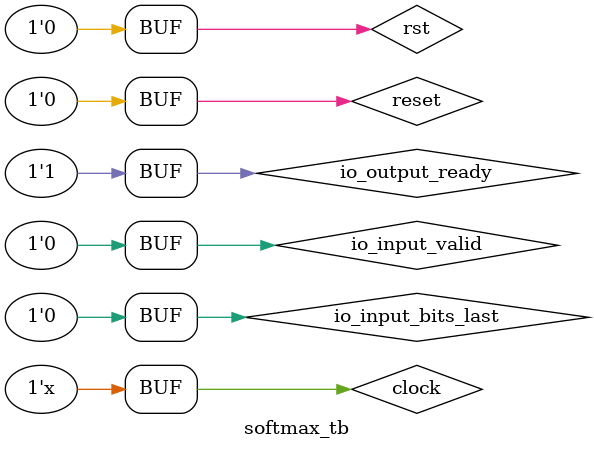
<source format=v>
`timescale 1ns/1ps

module softmax_tb();
    reg clock;
    reg reset;
    wire io_input_ready;
    reg io_input_valid;
    reg [7:0] io_input_bits_in [15:0];
    reg io_input_bits_last;
    wire io_output_ready=1'b1;
    wire io_output_valid;
    wire [7:0] io_output_bits_out [15:0];
    wire io_output_bits_last;
    reg rst;

    Softmax uut(
        .clock(clock),
        .reset(reset),
        .io_input_ready(io_input_ready),
        .io_input_valid(io_input_valid),
        .io_input_bits_in_0(io_input_bits_in[0]),
        .io_input_bits_in_1(io_input_bits_in[1]),
        .io_input_bits_in_2(io_input_bits_in[2]),
        .io_input_bits_in_3(io_input_bits_in[3]),
        .io_input_bits_in_4(io_input_bits_in[4]),
        .io_input_bits_in_5(io_input_bits_in[5]),
        .io_input_bits_in_6(io_input_bits_in[6]),
        .io_input_bits_in_7(io_input_bits_in[7]),
        .io_input_bits_in_8(io_input_bits_in[8]),
        .io_input_bits_in_9(io_input_bits_in[9]),
        .io_input_bits_in_10(io_input_bits_in[10]),
        .io_input_bits_in_11(io_input_bits_in[11]),
        .io_input_bits_in_12(io_input_bits_in[12]),
        .io_input_bits_in_13(io_input_bits_in[13]),
        .io_input_bits_in_14(io_input_bits_in[14]),
        .io_input_bits_in_15(io_input_bits_in[15]),
        .io_input_bits_last(io_input_bits_last),
        .io_output_ready(io_output_ready),
        .io_output_valid(io_output_valid),
        .io_output_bits_out_0(io_output_bits_out[0]),
        .io_output_bits_out_1(io_output_bits_out[1]),
        .io_output_bits_out_2(io_output_bits_out[2]),
        .io_output_bits_out_3(io_output_bits_out[3]),
        .io_output_bits_out_4(io_output_bits_out[4]),
        .io_output_bits_out_5(io_output_bits_out[5]),
        .io_output_bits_out_6(io_output_bits_out[6]),
        .io_output_bits_out_7(io_output_bits_out[7]),
        .io_output_bits_out_8(io_output_bits_out[8]),
        .io_output_bits_out_9(io_output_bits_out[9]),
        .io_output_bits_out_10(io_output_bits_out[10]),
        .io_output_bits_out_11(io_output_bits_out[11]),
        .io_output_bits_out_12(io_output_bits_out[12]),
        .io_output_bits_out_13(io_output_bits_out[13]),
        .io_output_bits_out_14(io_output_bits_out[14]),
        .io_output_bits_out_15(io_output_bits_out[15]),
        .io_output_bits_last(io_output_bits_last),
        .rst(rst)
    );

    initial begin
        clock=1'b1;
        reset=1'b0;
        rst=1'b0;
        io_input_valid=1'b0;
        io_input_bits_last=1'b0;
        io_input_bits_in[0]=8'h00;
        io_input_bits_in[1]=8'h00;
        io_input_bits_in[2]=8'h00;
        io_input_bits_in[3]=8'h00;
        io_input_bits_in[4]=8'h10;
        io_input_bits_in[5]=8'h10;
        io_input_bits_in[6]=8'h10;
        io_input_bits_in[7]=8'h10;
        io_input_bits_in[8]=8'h20;
        io_input_bits_in[9]=8'h20;
        io_input_bits_in[10]=8'h20;
        io_input_bits_in[11]=8'h20;
        io_input_bits_in[12]=8'h30;
        io_input_bits_in[13]=8'h30;
        io_input_bits_in[14]=8'h30;
        io_input_bits_in[15]=8'h30;
        #3
        reset=1'b1;
        rst=1'b1;
        #100
        reset=1'b0;
        rst=1'b0;
        #10
        io_input_valid=1'b1;
        io_input_bits_last=1'b1;
        #10
        io_input_valid=1'b0;
        io_input_bits_last=1'b0;
    end

    always #5 clock=~clock;
endmodule

</source>
